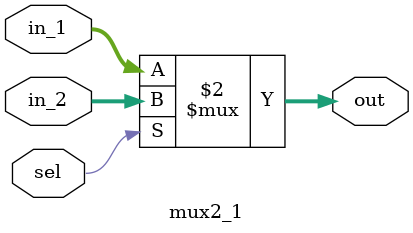
<source format=v>
module mux2_1(
input  wire [31:0] in_1, 
input  wire [31:0] in_2,
input  wire         sel,
output wire [31:0] out);
  
assign out = (sel == 1'b0)? in_1:in_2 ;
  
  
endmodule


</source>
